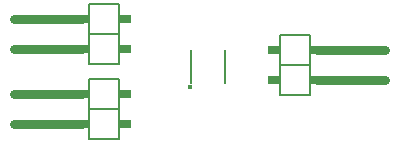
<source format=gto>
G75*
%MOIN*%
%OFA0B0*%
%FSLAX25Y25*%
%IPPOS*%
%LPD*%
%AMOC8*
5,1,8,0,0,1.08239X$1,22.5*
%
%ADD10C,0.00800*%
%ADD11C,0.01575*%
%ADD12C,0.00600*%
%ADD13C,0.03000*%
%ADD14R,0.02000X0.03000*%
%ADD15R,0.04000X0.03000*%
D10*
X0061555Y0028867D02*
X0061555Y0039891D01*
X0072776Y0039891D02*
X0072776Y0028867D01*
D11*
X0061260Y0027293D03*
D12*
X0037500Y0030167D02*
X0037500Y0020167D01*
X0027500Y0020167D01*
X0027500Y0030167D01*
X0037500Y0030167D01*
X0037500Y0035167D02*
X0027500Y0035167D01*
X0027500Y0045167D01*
X0027500Y0055167D01*
X0037500Y0055167D01*
X0037500Y0045167D01*
X0027500Y0045167D01*
X0037500Y0045167D02*
X0037500Y0035167D01*
X0037500Y0020167D02*
X0037500Y0010167D01*
X0027500Y0010167D01*
X0027500Y0020167D01*
X0091161Y0024576D02*
X0101161Y0024576D01*
X0101161Y0034576D01*
X0101161Y0044576D01*
X0091161Y0044576D01*
X0091161Y0034576D01*
X0091161Y0024576D01*
X0091161Y0034576D02*
X0101161Y0034576D01*
D13*
X0025000Y0015167D02*
X0002500Y0015167D01*
X0002500Y0025167D02*
X0025000Y0025167D01*
X0025000Y0040167D02*
X0002500Y0040167D01*
X0002500Y0050167D02*
X0025000Y0050167D01*
X0103661Y0039576D02*
X0126161Y0039576D01*
X0126161Y0029576D02*
X0103661Y0029576D01*
D14*
X0102161Y0029576D03*
X0102161Y0039576D03*
X0026500Y0040167D03*
X0026500Y0050167D03*
X0026500Y0025167D03*
X0026500Y0015167D03*
D15*
X0039500Y0015167D03*
X0039500Y0025167D03*
X0039500Y0040167D03*
X0039500Y0050167D03*
X0089161Y0039576D03*
X0089161Y0029576D03*
M02*

</source>
